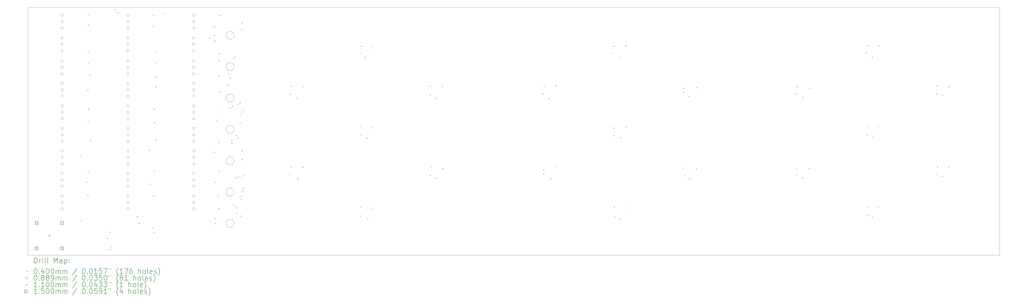
<source format=gbr>
%TF.GenerationSoftware,KiCad,Pcbnew,(6.0.8-1)-1*%
%TF.CreationDate,2023-04-06T11:00:06-04:00*%
%TF.ProjectId,Untitled,556e7469-746c-4656-942e-6b696361645f,rev?*%
%TF.SameCoordinates,Original*%
%TF.FileFunction,Drillmap*%
%TF.FilePolarity,Positive*%
%FSLAX45Y45*%
G04 Gerber Fmt 4.5, Leading zero omitted, Abs format (unit mm)*
G04 Created by KiCad (PCBNEW (6.0.8-1)-1) date 2023-04-06 11:00:06*
%MOMM*%
%LPD*%
G01*
G04 APERTURE LIST*
%ADD10C,0.100000*%
%ADD11C,0.200000*%
%ADD12C,0.040000*%
%ADD13C,0.088900*%
%ADD14C,0.110000*%
%ADD15C,0.150000*%
G04 APERTURE END LIST*
D10*
X7520000Y-5640000D02*
G75*
G03*
X7520000Y-5640000I-160000J0D01*
G01*
X7520000Y-11840000D02*
G75*
G03*
X7520000Y-11840000I-160000J0D01*
G01*
X7520000Y-10600000D02*
G75*
G03*
X7520000Y-10600000I-160000J0D01*
G01*
X-628000Y-3292000D02*
X37764000Y-3292000D01*
X37764000Y-3292000D02*
X37764000Y-13091000D01*
X37764000Y-13091000D02*
X-628000Y-13091000D01*
X-628000Y-13091000D02*
X-628000Y-3292000D01*
X7520000Y-6880000D02*
G75*
G03*
X7520000Y-6880000I-160000J0D01*
G01*
X7520000Y-8120000D02*
G75*
G03*
X7520000Y-8120000I-160000J0D01*
G01*
X7520000Y-9360000D02*
G75*
G03*
X7520000Y-9360000I-160000J0D01*
G01*
X7520000Y-4400000D02*
G75*
G03*
X7520000Y-4400000I-160000J0D01*
G01*
D11*
D12*
X1440000Y-11710000D02*
X1480000Y-11750000D01*
X1480000Y-11710000D02*
X1440000Y-11750000D01*
X1455000Y-9165000D02*
X1495000Y-9205000D01*
X1495000Y-9165000D02*
X1455000Y-9205000D01*
X1670000Y-10180000D02*
X1710000Y-10220000D01*
X1710000Y-10180000D02*
X1670000Y-10220000D01*
X1720000Y-6550000D02*
X1760000Y-6590000D01*
X1760000Y-6550000D02*
X1720000Y-6590000D01*
X1720000Y-10700000D02*
X1760000Y-10740000D01*
X1760000Y-10700000D02*
X1720000Y-10740000D01*
X1730000Y-3560000D02*
X1770000Y-3600000D01*
X1770000Y-3560000D02*
X1730000Y-3600000D01*
X1730000Y-9760000D02*
X1770000Y-9800000D01*
X1770000Y-9760000D02*
X1730000Y-9800000D01*
X1740000Y-3960000D02*
X1780000Y-4000000D01*
X1780000Y-3960000D02*
X1740000Y-4000000D01*
X1740000Y-5020000D02*
X1780000Y-5060000D01*
X1780000Y-5020000D02*
X1740000Y-5060000D01*
X1740000Y-5500000D02*
X1780000Y-5540000D01*
X1780000Y-5500000D02*
X1740000Y-5540000D01*
X1740000Y-7780000D02*
X1780000Y-7820000D01*
X1780000Y-7780000D02*
X1740000Y-7820000D01*
X1750000Y-7300000D02*
X1790000Y-7340000D01*
X1790000Y-7300000D02*
X1750000Y-7340000D01*
X1810000Y-5950000D02*
X1850000Y-5990000D01*
X1850000Y-5950000D02*
X1810000Y-5990000D01*
X1820000Y-8540000D02*
X1860000Y-8580000D01*
X1860000Y-8540000D02*
X1820000Y-8580000D01*
X2490000Y-12400000D02*
X2530000Y-12440000D01*
X2530000Y-12400000D02*
X2490000Y-12440000D01*
X2610000Y-12170000D02*
X2650000Y-12210000D01*
X2650000Y-12170000D02*
X2610000Y-12210000D01*
X2613750Y-12840000D02*
X2653750Y-12880000D01*
X2653750Y-12840000D02*
X2613750Y-12880000D01*
X2623750Y-12740000D02*
X2663750Y-12780000D01*
X2663750Y-12740000D02*
X2623750Y-12780000D01*
X2800000Y-3360000D02*
X2840000Y-3400000D01*
X2840000Y-3360000D02*
X2800000Y-3400000D01*
X2920000Y-3480000D02*
X2960000Y-3520000D01*
X2960000Y-3480000D02*
X2920000Y-3520000D01*
X3675000Y-11565000D02*
X3715000Y-11605000D01*
X3715000Y-11565000D02*
X3675000Y-11605000D01*
X3740000Y-11820000D02*
X3780000Y-11860000D01*
X3780000Y-11820000D02*
X3740000Y-11860000D01*
X4150000Y-8930000D02*
X4190000Y-8970000D01*
X4190000Y-8930000D02*
X4150000Y-8970000D01*
X4170000Y-10270000D02*
X4210000Y-10310000D01*
X4210000Y-10270000D02*
X4170000Y-10310000D01*
X4290000Y-12010000D02*
X4330000Y-12050000D01*
X4330000Y-12010000D02*
X4290000Y-12050000D01*
X4310000Y-3580000D02*
X4350000Y-3620000D01*
X4350000Y-3580000D02*
X4310000Y-3620000D01*
X4310000Y-4030000D02*
X4350000Y-4070000D01*
X4350000Y-4030000D02*
X4310000Y-4070000D01*
X4320000Y-10720000D02*
X4360000Y-10760000D01*
X4360000Y-10720000D02*
X4320000Y-10760000D01*
X4330000Y-12180000D02*
X4370000Y-12220000D01*
X4370000Y-12180000D02*
X4330000Y-12220000D01*
X4340000Y-7300000D02*
X4380000Y-7340000D01*
X4380000Y-7300000D02*
X4340000Y-7340000D01*
X4350000Y-9740000D02*
X4390000Y-9780000D01*
X4390000Y-9740000D02*
X4350000Y-9780000D01*
X4360000Y-7830000D02*
X4400000Y-7870000D01*
X4400000Y-7830000D02*
X4360000Y-7870000D01*
X4380000Y-5020000D02*
X4420000Y-5060000D01*
X4420000Y-5020000D02*
X4380000Y-5060000D01*
X4390000Y-5460000D02*
X4430000Y-5500000D01*
X4430000Y-5460000D02*
X4390000Y-5500000D01*
X4400000Y-6030000D02*
X4440000Y-6070000D01*
X4440000Y-6030000D02*
X4400000Y-6070000D01*
X4410000Y-6420000D02*
X4450000Y-6460000D01*
X4450000Y-6420000D02*
X4410000Y-6460000D01*
X4410000Y-8510000D02*
X4450000Y-8550000D01*
X4450000Y-8510000D02*
X4410000Y-8550000D01*
X4700000Y-3480000D02*
X4740000Y-3520000D01*
X4740000Y-3480000D02*
X4700000Y-3520000D01*
X4800000Y-3540000D02*
X4840000Y-3580000D01*
X4840000Y-3540000D02*
X4800000Y-3580000D01*
X6530000Y-4490000D02*
X6570000Y-4530000D01*
X6570000Y-4490000D02*
X6530000Y-4530000D01*
X6530000Y-11740000D02*
X6570000Y-11780000D01*
X6570000Y-11740000D02*
X6530000Y-11780000D01*
X6710000Y-4040000D02*
X6750000Y-4080000D01*
X6750000Y-4040000D02*
X6710000Y-4080000D01*
X6720000Y-9010000D02*
X6760000Y-9050000D01*
X6760000Y-9010000D02*
X6720000Y-9050000D01*
X6730000Y-4380000D02*
X6770000Y-4420000D01*
X6770000Y-4380000D02*
X6730000Y-4420000D01*
X6740000Y-4600000D02*
X6780000Y-4640000D01*
X6780000Y-4600000D02*
X6740000Y-4640000D01*
X6750000Y-10180000D02*
X6790000Y-10220000D01*
X6790000Y-10180000D02*
X6750000Y-10220000D01*
X6750000Y-11620000D02*
X6790000Y-11660000D01*
X6790000Y-11620000D02*
X6750000Y-11660000D01*
X6760000Y-11830000D02*
X6800000Y-11870000D01*
X6800000Y-11830000D02*
X6760000Y-11870000D01*
X6820000Y-7760000D02*
X6860000Y-7800000D01*
X6860000Y-7760000D02*
X6820000Y-7800000D01*
X6870000Y-10750000D02*
X6910000Y-10790000D01*
X6910000Y-10750000D02*
X6870000Y-10790000D01*
X6890000Y-8610000D02*
X6930000Y-8650000D01*
X6930000Y-8610000D02*
X6890000Y-8650000D01*
X6900000Y-5380000D02*
X6940000Y-5420000D01*
X6940000Y-5380000D02*
X6900000Y-5420000D01*
X6900000Y-7410000D02*
X6940000Y-7450000D01*
X6940000Y-7410000D02*
X6900000Y-7450000D01*
X6900000Y-11230000D02*
X6940000Y-11270000D01*
X6940000Y-11230000D02*
X6900000Y-11270000D01*
X6910000Y-5100000D02*
X6950000Y-5140000D01*
X6950000Y-5100000D02*
X6910000Y-5140000D01*
X6910000Y-5990000D02*
X6950000Y-6030000D01*
X6950000Y-5990000D02*
X6910000Y-6030000D01*
X6910000Y-9760000D02*
X6950000Y-9800000D01*
X6950000Y-9760000D02*
X6910000Y-9800000D01*
X6920000Y-3590000D02*
X6960000Y-3630000D01*
X6960000Y-3590000D02*
X6920000Y-3630000D01*
X6940000Y-6605179D02*
X6980000Y-6645179D01*
X6980000Y-6605179D02*
X6940000Y-6645179D01*
X7270000Y-6351179D02*
X7310000Y-6391179D01*
X7310000Y-6351179D02*
X7270000Y-6391179D01*
X7290000Y-5910000D02*
X7330000Y-5950000D01*
X7330000Y-5910000D02*
X7290000Y-5950000D01*
X7340000Y-6070000D02*
X7380000Y-6110000D01*
X7380000Y-6070000D02*
X7340000Y-6110000D01*
X7340000Y-7260000D02*
X7380000Y-7300000D01*
X7380000Y-7260000D02*
X7340000Y-7300000D01*
X7400000Y-8540000D02*
X7440000Y-8580000D01*
X7440000Y-8540000D02*
X7400000Y-8580000D01*
X7410000Y-8640000D02*
X7450000Y-8680000D01*
X7450000Y-8640000D02*
X7410000Y-8680000D01*
X7440000Y-7180000D02*
X7480000Y-7220000D01*
X7480000Y-7180000D02*
X7440000Y-7220000D01*
X7480000Y-5300000D02*
X7520000Y-5340000D01*
X7520000Y-5300000D02*
X7480000Y-5340000D01*
X7490000Y-11090000D02*
X7530000Y-11130000D01*
X7530000Y-11090000D02*
X7490000Y-11130000D01*
X7530000Y-5230000D02*
X7570000Y-5270000D01*
X7570000Y-5230000D02*
X7530000Y-5270000D01*
X7570000Y-10020000D02*
X7610000Y-10060000D01*
X7610000Y-10020000D02*
X7570000Y-10060000D01*
X7590000Y-11200000D02*
X7630000Y-11240000D01*
X7630000Y-11200000D02*
X7590000Y-11240000D01*
X7590000Y-11420000D02*
X7630000Y-11460000D01*
X7630000Y-11420000D02*
X7590000Y-11460000D01*
X7600000Y-8340000D02*
X7640000Y-8380000D01*
X7640000Y-8340000D02*
X7600000Y-8380000D01*
X7640000Y-8440000D02*
X7680000Y-8480000D01*
X7680000Y-8440000D02*
X7640000Y-8480000D01*
X7660000Y-7110000D02*
X7700000Y-7150000D01*
X7700000Y-7110000D02*
X7660000Y-7150000D01*
X7660000Y-9980000D02*
X7700000Y-10020000D01*
X7700000Y-9980000D02*
X7660000Y-10020000D01*
X7730000Y-7050000D02*
X7770000Y-7090000D01*
X7770000Y-7050000D02*
X7730000Y-7090000D01*
X7734107Y-7835893D02*
X7774107Y-7875893D01*
X7774107Y-7835893D02*
X7734107Y-7875893D01*
X7750000Y-7540000D02*
X7790000Y-7580000D01*
X7790000Y-7540000D02*
X7750000Y-7580000D01*
X7759000Y-11531000D02*
X7799000Y-11571000D01*
X7799000Y-11531000D02*
X7759000Y-11571000D01*
X7770000Y-10750000D02*
X7810000Y-10790000D01*
X7810000Y-10750000D02*
X7770000Y-10790000D01*
X7780000Y-10850000D02*
X7820000Y-10890000D01*
X7820000Y-10850000D02*
X7780000Y-10890000D01*
X7790000Y-7410000D02*
X7830000Y-7450000D01*
X7830000Y-7410000D02*
X7790000Y-7450000D01*
X7790000Y-10000000D02*
X7830000Y-10040000D01*
X7830000Y-10000000D02*
X7790000Y-10040000D01*
X7797000Y-4143000D02*
X7837000Y-4183000D01*
X7837000Y-4143000D02*
X7797000Y-4183000D01*
X7800000Y-3880000D02*
X7840000Y-3920000D01*
X7840000Y-3880000D02*
X7800000Y-3920000D01*
X7810000Y-8950000D02*
X7850000Y-8990000D01*
X7850000Y-8950000D02*
X7810000Y-8990000D01*
X7810000Y-9290000D02*
X7850000Y-9330000D01*
X7850000Y-9290000D02*
X7810000Y-9330000D01*
X7830000Y-10560000D02*
X7870000Y-10600000D01*
X7870000Y-10560000D02*
X7830000Y-10600000D01*
X7870000Y-7340000D02*
X7910000Y-7380000D01*
X7910000Y-7340000D02*
X7870000Y-7380000D01*
X7870000Y-9890000D02*
X7910000Y-9930000D01*
X7910000Y-9890000D02*
X7870000Y-9930000D01*
X7870000Y-10420000D02*
X7910000Y-10460000D01*
X7910000Y-10420000D02*
X7870000Y-10460000D01*
X9720000Y-6710000D02*
X9760000Y-6750000D01*
X9760000Y-6710000D02*
X9720000Y-6750000D01*
X9720000Y-9890000D02*
X9760000Y-9930000D01*
X9760000Y-9890000D02*
X9720000Y-9930000D01*
X9750000Y-6390000D02*
X9790000Y-6430000D01*
X9790000Y-6390000D02*
X9750000Y-6430000D01*
X9750000Y-9580000D02*
X9790000Y-9620000D01*
X9790000Y-9580000D02*
X9750000Y-9620000D01*
X9970000Y-6870000D02*
X10010000Y-6910000D01*
X10010000Y-6870000D02*
X9970000Y-6910000D01*
X10010000Y-10060000D02*
X10050000Y-10100000D01*
X10050000Y-10060000D02*
X10010000Y-10100000D01*
X10220000Y-6420000D02*
X10260000Y-6460000D01*
X10260000Y-6420000D02*
X10220000Y-6460000D01*
X10220000Y-9600000D02*
X10260000Y-9640000D01*
X10260000Y-9600000D02*
X10220000Y-9640000D01*
X12490000Y-5090000D02*
X12530000Y-5130000D01*
X12530000Y-5090000D02*
X12490000Y-5130000D01*
X12500000Y-8310000D02*
X12540000Y-8350000D01*
X12540000Y-8310000D02*
X12500000Y-8350000D01*
X12500000Y-11530000D02*
X12540000Y-11570000D01*
X12540000Y-11530000D02*
X12500000Y-11570000D01*
X12510000Y-4810000D02*
X12550000Y-4850000D01*
X12550000Y-4810000D02*
X12510000Y-4850000D01*
X12510000Y-7980000D02*
X12550000Y-8020000D01*
X12550000Y-7980000D02*
X12510000Y-8020000D01*
X12510000Y-11170000D02*
X12550000Y-11210000D01*
X12550000Y-11170000D02*
X12510000Y-11210000D01*
X12680000Y-5260000D02*
X12720000Y-5300000D01*
X12720000Y-5260000D02*
X12680000Y-5300000D01*
X12750000Y-8450000D02*
X12790000Y-8490000D01*
X12790000Y-8450000D02*
X12750000Y-8490000D01*
X12770000Y-11650000D02*
X12810000Y-11690000D01*
X12810000Y-11650000D02*
X12770000Y-11690000D01*
X12960000Y-8030000D02*
X13000000Y-8070000D01*
X13000000Y-8030000D02*
X12960000Y-8070000D01*
X12980000Y-4860000D02*
X13020000Y-4900000D01*
X13020000Y-4860000D02*
X12980000Y-4900000D01*
X12980000Y-11220000D02*
X13020000Y-11260000D01*
X13020000Y-11220000D02*
X12980000Y-11260000D01*
X15240000Y-6720000D02*
X15280000Y-6760000D01*
X15280000Y-6720000D02*
X15240000Y-6760000D01*
X15250000Y-6400000D02*
X15290000Y-6440000D01*
X15290000Y-6400000D02*
X15250000Y-6440000D01*
X15250000Y-9910000D02*
X15290000Y-9950000D01*
X15290000Y-9910000D02*
X15250000Y-9950000D01*
X15290000Y-9570000D02*
X15330000Y-9610000D01*
X15330000Y-9570000D02*
X15290000Y-9610000D01*
X15480000Y-6870000D02*
X15520000Y-6910000D01*
X15520000Y-6870000D02*
X15480000Y-6910000D01*
X15480000Y-10030000D02*
X15520000Y-10070000D01*
X15520000Y-10030000D02*
X15480000Y-10070000D01*
X15730000Y-6400000D02*
X15770000Y-6440000D01*
X15770000Y-6400000D02*
X15730000Y-6440000D01*
X15740000Y-9650000D02*
X15780000Y-9690000D01*
X15780000Y-9650000D02*
X15740000Y-9690000D01*
X19700000Y-6690000D02*
X19740000Y-6730000D01*
X19740000Y-6690000D02*
X19700000Y-6730000D01*
X19720000Y-9710000D02*
X19760000Y-9750000D01*
X19760000Y-9710000D02*
X19720000Y-9750000D01*
X19730000Y-9850000D02*
X19770000Y-9890000D01*
X19770000Y-9850000D02*
X19730000Y-9890000D01*
X19750000Y-6400000D02*
X19790000Y-6440000D01*
X19790000Y-6400000D02*
X19750000Y-6440000D01*
X19940000Y-6880000D02*
X19980000Y-6920000D01*
X19980000Y-6880000D02*
X19940000Y-6920000D01*
X20010000Y-10050000D02*
X20050000Y-10090000D01*
X20050000Y-10050000D02*
X20010000Y-10090000D01*
X20190000Y-9570000D02*
X20230000Y-9610000D01*
X20230000Y-9570000D02*
X20190000Y-9610000D01*
X20210000Y-6380000D02*
X20250000Y-6420000D01*
X20250000Y-6380000D02*
X20210000Y-6420000D01*
X22470000Y-5090000D02*
X22510000Y-5130000D01*
X22510000Y-5090000D02*
X22470000Y-5130000D01*
X22490000Y-8340000D02*
X22530000Y-8380000D01*
X22530000Y-8340000D02*
X22490000Y-8380000D01*
X22500000Y-8040000D02*
X22540000Y-8080000D01*
X22540000Y-8040000D02*
X22500000Y-8080000D01*
X22510000Y-4810000D02*
X22550000Y-4850000D01*
X22550000Y-4810000D02*
X22510000Y-4850000D01*
X22520000Y-11160000D02*
X22560000Y-11200000D01*
X22560000Y-11160000D02*
X22520000Y-11200000D01*
X22540000Y-11560000D02*
X22580000Y-11600000D01*
X22580000Y-11560000D02*
X22540000Y-11600000D01*
X22730000Y-5250000D02*
X22770000Y-5290000D01*
X22770000Y-5250000D02*
X22730000Y-5290000D01*
X22740000Y-11640000D02*
X22780000Y-11680000D01*
X22780000Y-11640000D02*
X22740000Y-11680000D01*
X22770000Y-8430000D02*
X22810000Y-8470000D01*
X22810000Y-8430000D02*
X22770000Y-8470000D01*
X22980000Y-4790000D02*
X23020000Y-4830000D01*
X23020000Y-4790000D02*
X22980000Y-4830000D01*
X22980000Y-11210000D02*
X23020000Y-11250000D01*
X23020000Y-11210000D02*
X22980000Y-11250000D01*
X22990000Y-8000000D02*
X23030000Y-8040000D01*
X23030000Y-8000000D02*
X22990000Y-8040000D01*
X25250000Y-6640000D02*
X25290000Y-6680000D01*
X25290000Y-6640000D02*
X25250000Y-6680000D01*
X25250000Y-9640000D02*
X25290000Y-9680000D01*
X25290000Y-9640000D02*
X25250000Y-9680000D01*
X25260000Y-6470000D02*
X25300000Y-6510000D01*
X25300000Y-6470000D02*
X25260000Y-6510000D01*
X25300000Y-9940000D02*
X25340000Y-9980000D01*
X25340000Y-9940000D02*
X25300000Y-9980000D01*
X25480000Y-6800000D02*
X25520000Y-6840000D01*
X25520000Y-6800000D02*
X25480000Y-6840000D01*
X25500000Y-10060000D02*
X25540000Y-10100000D01*
X25540000Y-10060000D02*
X25500000Y-10100000D01*
X25760000Y-9670000D02*
X25800000Y-9710000D01*
X25800000Y-9670000D02*
X25760000Y-9710000D01*
X25770000Y-6440000D02*
X25810000Y-6480000D01*
X25810000Y-6440000D02*
X25770000Y-6480000D01*
X29710000Y-6700000D02*
X29750000Y-6740000D01*
X29750000Y-6700000D02*
X29710000Y-6740000D01*
X29710000Y-9890000D02*
X29750000Y-9930000D01*
X29750000Y-9890000D02*
X29710000Y-9930000D01*
X29730000Y-9650000D02*
X29770000Y-9690000D01*
X29770000Y-9650000D02*
X29730000Y-9690000D01*
X29750000Y-6410000D02*
X29790000Y-6450000D01*
X29790000Y-6410000D02*
X29750000Y-6450000D01*
X29960000Y-10020000D02*
X30000000Y-10060000D01*
X30000000Y-10020000D02*
X29960000Y-10060000D01*
X29970000Y-6840000D02*
X30010000Y-6880000D01*
X30010000Y-6840000D02*
X29970000Y-6880000D01*
X30220000Y-9650000D02*
X30260000Y-9690000D01*
X30260000Y-9650000D02*
X30220000Y-9690000D01*
X30240000Y-6480000D02*
X30280000Y-6520000D01*
X30280000Y-6480000D02*
X30240000Y-6520000D01*
X32470000Y-5060000D02*
X32510000Y-5100000D01*
X32510000Y-5060000D02*
X32470000Y-5100000D01*
X32520000Y-4780000D02*
X32560000Y-4820000D01*
X32560000Y-4780000D02*
X32520000Y-4820000D01*
X32520000Y-7960000D02*
X32560000Y-8000000D01*
X32560000Y-7960000D02*
X32520000Y-8000000D01*
X32520000Y-8310000D02*
X32560000Y-8350000D01*
X32560000Y-8310000D02*
X32520000Y-8350000D01*
X32540000Y-11170000D02*
X32580000Y-11210000D01*
X32580000Y-11170000D02*
X32540000Y-11210000D01*
X32540000Y-11510000D02*
X32580000Y-11550000D01*
X32580000Y-11510000D02*
X32540000Y-11550000D01*
X32720000Y-5250000D02*
X32760000Y-5290000D01*
X32760000Y-5250000D02*
X32720000Y-5290000D01*
X32720000Y-8360000D02*
X32760000Y-8400000D01*
X32760000Y-8360000D02*
X32720000Y-8400000D01*
X32720000Y-11570000D02*
X32760000Y-11610000D01*
X32760000Y-11570000D02*
X32720000Y-11610000D01*
X32960000Y-7980000D02*
X33000000Y-8020000D01*
X33000000Y-7980000D02*
X32960000Y-8020000D01*
X32960000Y-11170000D02*
X33000000Y-11210000D01*
X33000000Y-11170000D02*
X32960000Y-11210000D01*
X32980000Y-4790000D02*
X33020000Y-4830000D01*
X33020000Y-4790000D02*
X32980000Y-4830000D01*
X35260000Y-6690000D02*
X35300000Y-6730000D01*
X35300000Y-6690000D02*
X35260000Y-6730000D01*
X35260000Y-9880000D02*
X35300000Y-9920000D01*
X35300000Y-9880000D02*
X35260000Y-9920000D01*
X35270000Y-6380000D02*
X35310000Y-6420000D01*
X35310000Y-6380000D02*
X35270000Y-6420000D01*
X35290000Y-9580000D02*
X35330000Y-9620000D01*
X35330000Y-9580000D02*
X35290000Y-9620000D01*
X35490000Y-6740000D02*
X35530000Y-6780000D01*
X35530000Y-6740000D02*
X35490000Y-6780000D01*
X35490000Y-9960000D02*
X35530000Y-10000000D01*
X35530000Y-9960000D02*
X35490000Y-10000000D01*
X35730000Y-9580000D02*
X35770000Y-9620000D01*
X35770000Y-9580000D02*
X35730000Y-9620000D01*
X35740000Y-6410000D02*
X35780000Y-6450000D01*
X35780000Y-6410000D02*
X35740000Y-6450000D01*
D13*
X764450Y-4500000D02*
G75*
G03*
X764450Y-4500000I-44450J0D01*
G01*
X764450Y-4754000D02*
G75*
G03*
X764450Y-4754000I-44450J0D01*
G01*
X764450Y-5008000D02*
G75*
G03*
X764450Y-5008000I-44450J0D01*
G01*
X764450Y-5412000D02*
G75*
G03*
X764450Y-5412000I-44450J0D01*
G01*
X764450Y-5666000D02*
G75*
G03*
X764450Y-5666000I-44450J0D01*
G01*
X764450Y-5920000D02*
G75*
G03*
X764450Y-5920000I-44450J0D01*
G01*
X769460Y-3602000D02*
G75*
G03*
X769460Y-3602000I-44450J0D01*
G01*
X769460Y-3856000D02*
G75*
G03*
X769460Y-3856000I-44450J0D01*
G01*
X769460Y-4110000D02*
G75*
G03*
X769460Y-4110000I-44450J0D01*
G01*
X769460Y-6301250D02*
G75*
G03*
X769460Y-6301250I-44450J0D01*
G01*
X769460Y-6555250D02*
G75*
G03*
X769460Y-6555250I-44450J0D01*
G01*
X769460Y-6809250D02*
G75*
G03*
X769460Y-6809250I-44450J0D01*
G01*
X769460Y-7190750D02*
G75*
G03*
X769460Y-7190750I-44450J0D01*
G01*
X769460Y-7444750D02*
G75*
G03*
X769460Y-7444750I-44450J0D01*
G01*
X769460Y-7698750D02*
G75*
G03*
X769460Y-7698750I-44450J0D01*
G01*
X769460Y-8081250D02*
G75*
G03*
X769460Y-8081250I-44450J0D01*
G01*
X769460Y-8335250D02*
G75*
G03*
X769460Y-8335250I-44450J0D01*
G01*
X769460Y-8589250D02*
G75*
G03*
X769460Y-8589250I-44450J0D01*
G01*
X769460Y-8970750D02*
G75*
G03*
X769460Y-8970750I-44450J0D01*
G01*
X769460Y-9224750D02*
G75*
G03*
X769460Y-9224750I-44450J0D01*
G01*
X769460Y-9478750D02*
G75*
G03*
X769460Y-9478750I-44450J0D01*
G01*
X769460Y-9861250D02*
G75*
G03*
X769460Y-9861250I-44450J0D01*
G01*
X769460Y-10115250D02*
G75*
G03*
X769460Y-10115250I-44450J0D01*
G01*
X769460Y-10369250D02*
G75*
G03*
X769460Y-10369250I-44450J0D01*
G01*
X769460Y-10750750D02*
G75*
G03*
X769460Y-10750750I-44450J0D01*
G01*
X769460Y-11004750D02*
G75*
G03*
X769460Y-11004750I-44450J0D01*
G01*
X769460Y-11258750D02*
G75*
G03*
X769460Y-11258750I-44450J0D01*
G01*
X3364450Y-4500000D02*
G75*
G03*
X3364450Y-4500000I-44450J0D01*
G01*
X3364450Y-4754000D02*
G75*
G03*
X3364450Y-4754000I-44450J0D01*
G01*
X3364450Y-5008000D02*
G75*
G03*
X3364450Y-5008000I-44450J0D01*
G01*
X3364450Y-5412000D02*
G75*
G03*
X3364450Y-5412000I-44450J0D01*
G01*
X3364450Y-5666000D02*
G75*
G03*
X3364450Y-5666000I-44450J0D01*
G01*
X3364450Y-5920000D02*
G75*
G03*
X3364450Y-5920000I-44450J0D01*
G01*
X3369460Y-3602000D02*
G75*
G03*
X3369460Y-3602000I-44450J0D01*
G01*
X3369460Y-3856000D02*
G75*
G03*
X3369460Y-3856000I-44450J0D01*
G01*
X3369460Y-4110000D02*
G75*
G03*
X3369460Y-4110000I-44450J0D01*
G01*
X3369460Y-6301250D02*
G75*
G03*
X3369460Y-6301250I-44450J0D01*
G01*
X3369460Y-6555250D02*
G75*
G03*
X3369460Y-6555250I-44450J0D01*
G01*
X3369460Y-6809250D02*
G75*
G03*
X3369460Y-6809250I-44450J0D01*
G01*
X3369460Y-7190750D02*
G75*
G03*
X3369460Y-7190750I-44450J0D01*
G01*
X3369460Y-7444750D02*
G75*
G03*
X3369460Y-7444750I-44450J0D01*
G01*
X3369460Y-7698750D02*
G75*
G03*
X3369460Y-7698750I-44450J0D01*
G01*
X3369460Y-8081250D02*
G75*
G03*
X3369460Y-8081250I-44450J0D01*
G01*
X3369460Y-8335250D02*
G75*
G03*
X3369460Y-8335250I-44450J0D01*
G01*
X3369460Y-8589250D02*
G75*
G03*
X3369460Y-8589250I-44450J0D01*
G01*
X3369460Y-8970750D02*
G75*
G03*
X3369460Y-8970750I-44450J0D01*
G01*
X3369460Y-9224750D02*
G75*
G03*
X3369460Y-9224750I-44450J0D01*
G01*
X3369460Y-9478750D02*
G75*
G03*
X3369460Y-9478750I-44450J0D01*
G01*
X3369460Y-9861250D02*
G75*
G03*
X3369460Y-9861250I-44450J0D01*
G01*
X3369460Y-10115250D02*
G75*
G03*
X3369460Y-10115250I-44450J0D01*
G01*
X3369460Y-10369250D02*
G75*
G03*
X3369460Y-10369250I-44450J0D01*
G01*
X3369460Y-10750750D02*
G75*
G03*
X3369460Y-10750750I-44450J0D01*
G01*
X3369460Y-11004750D02*
G75*
G03*
X3369460Y-11004750I-44450J0D01*
G01*
X3369460Y-11258750D02*
G75*
G03*
X3369460Y-11258750I-44450J0D01*
G01*
X5964450Y-4500000D02*
G75*
G03*
X5964450Y-4500000I-44450J0D01*
G01*
X5964450Y-4754000D02*
G75*
G03*
X5964450Y-4754000I-44450J0D01*
G01*
X5964450Y-5008000D02*
G75*
G03*
X5964450Y-5008000I-44450J0D01*
G01*
X5964450Y-5412000D02*
G75*
G03*
X5964450Y-5412000I-44450J0D01*
G01*
X5964450Y-5666000D02*
G75*
G03*
X5964450Y-5666000I-44450J0D01*
G01*
X5964450Y-5920000D02*
G75*
G03*
X5964450Y-5920000I-44450J0D01*
G01*
X5969460Y-3602000D02*
G75*
G03*
X5969460Y-3602000I-44450J0D01*
G01*
X5969460Y-3856000D02*
G75*
G03*
X5969460Y-3856000I-44450J0D01*
G01*
X5969460Y-4110000D02*
G75*
G03*
X5969460Y-4110000I-44450J0D01*
G01*
X5969460Y-6301250D02*
G75*
G03*
X5969460Y-6301250I-44450J0D01*
G01*
X5969460Y-6555250D02*
G75*
G03*
X5969460Y-6555250I-44450J0D01*
G01*
X5969460Y-6809250D02*
G75*
G03*
X5969460Y-6809250I-44450J0D01*
G01*
X5969460Y-7190750D02*
G75*
G03*
X5969460Y-7190750I-44450J0D01*
G01*
X5969460Y-7444750D02*
G75*
G03*
X5969460Y-7444750I-44450J0D01*
G01*
X5969460Y-7698750D02*
G75*
G03*
X5969460Y-7698750I-44450J0D01*
G01*
X5969460Y-8081250D02*
G75*
G03*
X5969460Y-8081250I-44450J0D01*
G01*
X5969460Y-8335250D02*
G75*
G03*
X5969460Y-8335250I-44450J0D01*
G01*
X5969460Y-8589250D02*
G75*
G03*
X5969460Y-8589250I-44450J0D01*
G01*
X5969460Y-8970750D02*
G75*
G03*
X5969460Y-8970750I-44450J0D01*
G01*
X5969460Y-9224750D02*
G75*
G03*
X5969460Y-9224750I-44450J0D01*
G01*
X5969460Y-9478750D02*
G75*
G03*
X5969460Y-9478750I-44450J0D01*
G01*
X5969460Y-9861250D02*
G75*
G03*
X5969460Y-9861250I-44450J0D01*
G01*
X5969460Y-10115250D02*
G75*
G03*
X5969460Y-10115250I-44450J0D01*
G01*
X5969460Y-10369250D02*
G75*
G03*
X5969460Y-10369250I-44450J0D01*
G01*
X5969460Y-10750750D02*
G75*
G03*
X5969460Y-10750750I-44450J0D01*
G01*
X5969460Y-11004750D02*
G75*
G03*
X5969460Y-11004750I-44450J0D01*
G01*
X5969460Y-11258750D02*
G75*
G03*
X5969460Y-11258750I-44450J0D01*
G01*
D14*
X220000Y-12265000D02*
X220000Y-12375000D01*
X165000Y-12320000D02*
X275000Y-12320000D01*
D15*
X-229466Y-11870533D02*
X-229466Y-11764466D01*
X-335534Y-11764466D01*
X-335534Y-11870533D01*
X-229466Y-11870533D01*
X-229466Y-12875533D02*
X-229466Y-12769466D01*
X-335534Y-12769466D01*
X-335534Y-12875533D01*
X-229466Y-12875533D01*
X775533Y-11870533D02*
X775533Y-11764466D01*
X669467Y-11764466D01*
X669467Y-11870533D01*
X775533Y-11870533D01*
X775533Y-12875533D02*
X775533Y-12769466D01*
X669467Y-12769466D01*
X669467Y-12875533D01*
X775533Y-12875533D01*
D11*
X-375381Y-13406476D02*
X-375381Y-13206476D01*
X-327762Y-13206476D01*
X-299190Y-13216000D01*
X-280143Y-13235048D01*
X-270619Y-13254095D01*
X-261095Y-13292190D01*
X-261095Y-13320762D01*
X-270619Y-13358857D01*
X-280143Y-13377905D01*
X-299190Y-13396952D01*
X-327762Y-13406476D01*
X-375381Y-13406476D01*
X-175381Y-13406476D02*
X-175381Y-13273143D01*
X-175381Y-13311238D02*
X-165857Y-13292190D01*
X-156333Y-13282667D01*
X-137286Y-13273143D01*
X-118238Y-13273143D01*
X-51571Y-13406476D02*
X-51571Y-13273143D01*
X-51571Y-13206476D02*
X-61095Y-13216000D01*
X-51571Y-13225524D01*
X-42048Y-13216000D01*
X-51571Y-13206476D01*
X-51571Y-13225524D01*
X72238Y-13406476D02*
X53190Y-13396952D01*
X43667Y-13377905D01*
X43667Y-13206476D01*
X177000Y-13406476D02*
X157952Y-13396952D01*
X148429Y-13377905D01*
X148429Y-13206476D01*
X405571Y-13406476D02*
X405571Y-13206476D01*
X472238Y-13349333D01*
X538905Y-13206476D01*
X538905Y-13406476D01*
X719857Y-13406476D02*
X719857Y-13301714D01*
X710333Y-13282667D01*
X691286Y-13273143D01*
X653190Y-13273143D01*
X634143Y-13282667D01*
X719857Y-13396952D02*
X700809Y-13406476D01*
X653190Y-13406476D01*
X634143Y-13396952D01*
X624619Y-13377905D01*
X624619Y-13358857D01*
X634143Y-13339809D01*
X653190Y-13330286D01*
X700809Y-13330286D01*
X719857Y-13320762D01*
X815095Y-13273143D02*
X815095Y-13473143D01*
X815095Y-13282667D02*
X834143Y-13273143D01*
X872238Y-13273143D01*
X891286Y-13282667D01*
X900809Y-13292190D01*
X910333Y-13311238D01*
X910333Y-13368381D01*
X900809Y-13387428D01*
X891286Y-13396952D01*
X872238Y-13406476D01*
X834143Y-13406476D01*
X815095Y-13396952D01*
X996048Y-13387428D02*
X1005571Y-13396952D01*
X996048Y-13406476D01*
X986524Y-13396952D01*
X996048Y-13387428D01*
X996048Y-13406476D01*
X996048Y-13282667D02*
X1005571Y-13292190D01*
X996048Y-13301714D01*
X986524Y-13292190D01*
X996048Y-13282667D01*
X996048Y-13301714D01*
D12*
X-673000Y-13716000D02*
X-633000Y-13756000D01*
X-633000Y-13716000D02*
X-673000Y-13756000D01*
D11*
X-337286Y-13626476D02*
X-318238Y-13626476D01*
X-299190Y-13636000D01*
X-289667Y-13645524D01*
X-280143Y-13664571D01*
X-270619Y-13702667D01*
X-270619Y-13750286D01*
X-280143Y-13788381D01*
X-289667Y-13807428D01*
X-299190Y-13816952D01*
X-318238Y-13826476D01*
X-337286Y-13826476D01*
X-356333Y-13816952D01*
X-365857Y-13807428D01*
X-375381Y-13788381D01*
X-384905Y-13750286D01*
X-384905Y-13702667D01*
X-375381Y-13664571D01*
X-365857Y-13645524D01*
X-356333Y-13636000D01*
X-337286Y-13626476D01*
X-184905Y-13807428D02*
X-175381Y-13816952D01*
X-184905Y-13826476D01*
X-194428Y-13816952D01*
X-184905Y-13807428D01*
X-184905Y-13826476D01*
X-3952Y-13693143D02*
X-3952Y-13826476D01*
X-51571Y-13616952D02*
X-99190Y-13759809D01*
X24619Y-13759809D01*
X138905Y-13626476D02*
X157952Y-13626476D01*
X177000Y-13636000D01*
X186524Y-13645524D01*
X196048Y-13664571D01*
X205571Y-13702667D01*
X205571Y-13750286D01*
X196048Y-13788381D01*
X186524Y-13807428D01*
X177000Y-13816952D01*
X157952Y-13826476D01*
X138905Y-13826476D01*
X119857Y-13816952D01*
X110333Y-13807428D01*
X100809Y-13788381D01*
X91286Y-13750286D01*
X91286Y-13702667D01*
X100809Y-13664571D01*
X110333Y-13645524D01*
X119857Y-13636000D01*
X138905Y-13626476D01*
X329381Y-13626476D02*
X348429Y-13626476D01*
X367476Y-13636000D01*
X377000Y-13645524D01*
X386524Y-13664571D01*
X396048Y-13702667D01*
X396048Y-13750286D01*
X386524Y-13788381D01*
X377000Y-13807428D01*
X367476Y-13816952D01*
X348429Y-13826476D01*
X329381Y-13826476D01*
X310333Y-13816952D01*
X300810Y-13807428D01*
X291286Y-13788381D01*
X281762Y-13750286D01*
X281762Y-13702667D01*
X291286Y-13664571D01*
X300810Y-13645524D01*
X310333Y-13636000D01*
X329381Y-13626476D01*
X481762Y-13826476D02*
X481762Y-13693143D01*
X481762Y-13712190D02*
X491286Y-13702667D01*
X510333Y-13693143D01*
X538905Y-13693143D01*
X557952Y-13702667D01*
X567476Y-13721714D01*
X567476Y-13826476D01*
X567476Y-13721714D02*
X577000Y-13702667D01*
X596048Y-13693143D01*
X624619Y-13693143D01*
X643667Y-13702667D01*
X653190Y-13721714D01*
X653190Y-13826476D01*
X748428Y-13826476D02*
X748428Y-13693143D01*
X748428Y-13712190D02*
X757952Y-13702667D01*
X777000Y-13693143D01*
X805571Y-13693143D01*
X824619Y-13702667D01*
X834143Y-13721714D01*
X834143Y-13826476D01*
X834143Y-13721714D02*
X843667Y-13702667D01*
X862714Y-13693143D01*
X891286Y-13693143D01*
X910333Y-13702667D01*
X919857Y-13721714D01*
X919857Y-13826476D01*
X1310333Y-13616952D02*
X1138905Y-13874095D01*
X1567476Y-13626476D02*
X1586524Y-13626476D01*
X1605571Y-13636000D01*
X1615095Y-13645524D01*
X1624619Y-13664571D01*
X1634143Y-13702667D01*
X1634143Y-13750286D01*
X1624619Y-13788381D01*
X1615095Y-13807428D01*
X1605571Y-13816952D01*
X1586524Y-13826476D01*
X1567476Y-13826476D01*
X1548428Y-13816952D01*
X1538905Y-13807428D01*
X1529381Y-13788381D01*
X1519857Y-13750286D01*
X1519857Y-13702667D01*
X1529381Y-13664571D01*
X1538905Y-13645524D01*
X1548428Y-13636000D01*
X1567476Y-13626476D01*
X1719857Y-13807428D02*
X1729381Y-13816952D01*
X1719857Y-13826476D01*
X1710333Y-13816952D01*
X1719857Y-13807428D01*
X1719857Y-13826476D01*
X1853190Y-13626476D02*
X1872238Y-13626476D01*
X1891286Y-13636000D01*
X1900809Y-13645524D01*
X1910333Y-13664571D01*
X1919857Y-13702667D01*
X1919857Y-13750286D01*
X1910333Y-13788381D01*
X1900809Y-13807428D01*
X1891286Y-13816952D01*
X1872238Y-13826476D01*
X1853190Y-13826476D01*
X1834143Y-13816952D01*
X1824619Y-13807428D01*
X1815095Y-13788381D01*
X1805571Y-13750286D01*
X1805571Y-13702667D01*
X1815095Y-13664571D01*
X1824619Y-13645524D01*
X1834143Y-13636000D01*
X1853190Y-13626476D01*
X2110333Y-13826476D02*
X1996048Y-13826476D01*
X2053190Y-13826476D02*
X2053190Y-13626476D01*
X2034143Y-13655048D01*
X2015095Y-13674095D01*
X1996048Y-13683619D01*
X2291286Y-13626476D02*
X2196048Y-13626476D01*
X2186524Y-13721714D01*
X2196048Y-13712190D01*
X2215095Y-13702667D01*
X2262714Y-13702667D01*
X2281762Y-13712190D01*
X2291286Y-13721714D01*
X2300810Y-13740762D01*
X2300810Y-13788381D01*
X2291286Y-13807428D01*
X2281762Y-13816952D01*
X2262714Y-13826476D01*
X2215095Y-13826476D01*
X2196048Y-13816952D01*
X2186524Y-13807428D01*
X2367476Y-13626476D02*
X2500810Y-13626476D01*
X2415095Y-13826476D01*
X2567476Y-13626476D02*
X2567476Y-13664571D01*
X2643667Y-13626476D02*
X2643667Y-13664571D01*
X2938905Y-13902667D02*
X2929381Y-13893143D01*
X2910333Y-13864571D01*
X2900809Y-13845524D01*
X2891286Y-13816952D01*
X2881762Y-13769333D01*
X2881762Y-13731238D01*
X2891286Y-13683619D01*
X2900809Y-13655048D01*
X2910333Y-13636000D01*
X2929381Y-13607428D01*
X2938905Y-13597905D01*
X3119857Y-13826476D02*
X3005571Y-13826476D01*
X3062714Y-13826476D02*
X3062714Y-13626476D01*
X3043667Y-13655048D01*
X3024619Y-13674095D01*
X3005571Y-13683619D01*
X3186524Y-13626476D02*
X3319857Y-13626476D01*
X3234143Y-13826476D01*
X3481762Y-13626476D02*
X3443667Y-13626476D01*
X3424619Y-13636000D01*
X3415095Y-13645524D01*
X3396048Y-13674095D01*
X3386524Y-13712190D01*
X3386524Y-13788381D01*
X3396048Y-13807428D01*
X3405571Y-13816952D01*
X3424619Y-13826476D01*
X3462714Y-13826476D01*
X3481762Y-13816952D01*
X3491286Y-13807428D01*
X3500809Y-13788381D01*
X3500809Y-13740762D01*
X3491286Y-13721714D01*
X3481762Y-13712190D01*
X3462714Y-13702667D01*
X3424619Y-13702667D01*
X3405571Y-13712190D01*
X3396048Y-13721714D01*
X3386524Y-13740762D01*
X3738905Y-13826476D02*
X3738905Y-13626476D01*
X3824619Y-13826476D02*
X3824619Y-13721714D01*
X3815095Y-13702667D01*
X3796048Y-13693143D01*
X3767476Y-13693143D01*
X3748428Y-13702667D01*
X3738905Y-13712190D01*
X3948428Y-13826476D02*
X3929381Y-13816952D01*
X3919857Y-13807428D01*
X3910333Y-13788381D01*
X3910333Y-13731238D01*
X3919857Y-13712190D01*
X3929381Y-13702667D01*
X3948428Y-13693143D01*
X3977000Y-13693143D01*
X3996048Y-13702667D01*
X4005571Y-13712190D01*
X4015095Y-13731238D01*
X4015095Y-13788381D01*
X4005571Y-13807428D01*
X3996048Y-13816952D01*
X3977000Y-13826476D01*
X3948428Y-13826476D01*
X4129381Y-13826476D02*
X4110333Y-13816952D01*
X4100809Y-13797905D01*
X4100809Y-13626476D01*
X4281762Y-13816952D02*
X4262714Y-13826476D01*
X4224619Y-13826476D01*
X4205571Y-13816952D01*
X4196048Y-13797905D01*
X4196048Y-13721714D01*
X4205571Y-13702667D01*
X4224619Y-13693143D01*
X4262714Y-13693143D01*
X4281762Y-13702667D01*
X4291286Y-13721714D01*
X4291286Y-13740762D01*
X4196048Y-13759809D01*
X4367476Y-13816952D02*
X4386524Y-13826476D01*
X4424619Y-13826476D01*
X4443667Y-13816952D01*
X4453190Y-13797905D01*
X4453190Y-13788381D01*
X4443667Y-13769333D01*
X4424619Y-13759809D01*
X4396048Y-13759809D01*
X4377000Y-13750286D01*
X4367476Y-13731238D01*
X4367476Y-13721714D01*
X4377000Y-13702667D01*
X4396048Y-13693143D01*
X4424619Y-13693143D01*
X4443667Y-13702667D01*
X4519857Y-13902667D02*
X4529381Y-13893143D01*
X4548429Y-13864571D01*
X4557952Y-13845524D01*
X4567476Y-13816952D01*
X4577000Y-13769333D01*
X4577000Y-13731238D01*
X4567476Y-13683619D01*
X4557952Y-13655048D01*
X4548429Y-13636000D01*
X4529381Y-13607428D01*
X4519857Y-13597905D01*
D13*
X-633000Y-14000000D02*
G75*
G03*
X-633000Y-14000000I-44450J0D01*
G01*
D11*
X-337286Y-13890476D02*
X-318238Y-13890476D01*
X-299190Y-13900000D01*
X-289667Y-13909524D01*
X-280143Y-13928571D01*
X-270619Y-13966667D01*
X-270619Y-14014286D01*
X-280143Y-14052381D01*
X-289667Y-14071428D01*
X-299190Y-14080952D01*
X-318238Y-14090476D01*
X-337286Y-14090476D01*
X-356333Y-14080952D01*
X-365857Y-14071428D01*
X-375381Y-14052381D01*
X-384905Y-14014286D01*
X-384905Y-13966667D01*
X-375381Y-13928571D01*
X-365857Y-13909524D01*
X-356333Y-13900000D01*
X-337286Y-13890476D01*
X-184905Y-14071428D02*
X-175381Y-14080952D01*
X-184905Y-14090476D01*
X-194428Y-14080952D01*
X-184905Y-14071428D01*
X-184905Y-14090476D01*
X-61095Y-13976190D02*
X-80143Y-13966667D01*
X-89667Y-13957143D01*
X-99190Y-13938095D01*
X-99190Y-13928571D01*
X-89667Y-13909524D01*
X-80143Y-13900000D01*
X-61095Y-13890476D01*
X-23000Y-13890476D01*
X-3952Y-13900000D01*
X5571Y-13909524D01*
X15095Y-13928571D01*
X15095Y-13938095D01*
X5571Y-13957143D01*
X-3952Y-13966667D01*
X-23000Y-13976190D01*
X-61095Y-13976190D01*
X-80143Y-13985714D01*
X-89667Y-13995238D01*
X-99190Y-14014286D01*
X-99190Y-14052381D01*
X-89667Y-14071428D01*
X-80143Y-14080952D01*
X-61095Y-14090476D01*
X-23000Y-14090476D01*
X-3952Y-14080952D01*
X5571Y-14071428D01*
X15095Y-14052381D01*
X15095Y-14014286D01*
X5571Y-13995238D01*
X-3952Y-13985714D01*
X-23000Y-13976190D01*
X129381Y-13976190D02*
X110333Y-13966667D01*
X100809Y-13957143D01*
X91286Y-13938095D01*
X91286Y-13928571D01*
X100809Y-13909524D01*
X110333Y-13900000D01*
X129381Y-13890476D01*
X167476Y-13890476D01*
X186524Y-13900000D01*
X196048Y-13909524D01*
X205571Y-13928571D01*
X205571Y-13938095D01*
X196048Y-13957143D01*
X186524Y-13966667D01*
X167476Y-13976190D01*
X129381Y-13976190D01*
X110333Y-13985714D01*
X100809Y-13995238D01*
X91286Y-14014286D01*
X91286Y-14052381D01*
X100809Y-14071428D01*
X110333Y-14080952D01*
X129381Y-14090476D01*
X167476Y-14090476D01*
X186524Y-14080952D01*
X196048Y-14071428D01*
X205571Y-14052381D01*
X205571Y-14014286D01*
X196048Y-13995238D01*
X186524Y-13985714D01*
X167476Y-13976190D01*
X300810Y-14090476D02*
X338905Y-14090476D01*
X357952Y-14080952D01*
X367476Y-14071428D01*
X386524Y-14042857D01*
X396048Y-14004762D01*
X396048Y-13928571D01*
X386524Y-13909524D01*
X377000Y-13900000D01*
X357952Y-13890476D01*
X319857Y-13890476D01*
X300810Y-13900000D01*
X291286Y-13909524D01*
X281762Y-13928571D01*
X281762Y-13976190D01*
X291286Y-13995238D01*
X300810Y-14004762D01*
X319857Y-14014286D01*
X357952Y-14014286D01*
X377000Y-14004762D01*
X386524Y-13995238D01*
X396048Y-13976190D01*
X481762Y-14090476D02*
X481762Y-13957143D01*
X481762Y-13976190D02*
X491286Y-13966667D01*
X510333Y-13957143D01*
X538905Y-13957143D01*
X557952Y-13966667D01*
X567476Y-13985714D01*
X567476Y-14090476D01*
X567476Y-13985714D02*
X577000Y-13966667D01*
X596048Y-13957143D01*
X624619Y-13957143D01*
X643667Y-13966667D01*
X653190Y-13985714D01*
X653190Y-14090476D01*
X748428Y-14090476D02*
X748428Y-13957143D01*
X748428Y-13976190D02*
X757952Y-13966667D01*
X777000Y-13957143D01*
X805571Y-13957143D01*
X824619Y-13966667D01*
X834143Y-13985714D01*
X834143Y-14090476D01*
X834143Y-13985714D02*
X843667Y-13966667D01*
X862714Y-13957143D01*
X891286Y-13957143D01*
X910333Y-13966667D01*
X919857Y-13985714D01*
X919857Y-14090476D01*
X1310333Y-13880952D02*
X1138905Y-14138095D01*
X1567476Y-13890476D02*
X1586524Y-13890476D01*
X1605571Y-13900000D01*
X1615095Y-13909524D01*
X1624619Y-13928571D01*
X1634143Y-13966667D01*
X1634143Y-14014286D01*
X1624619Y-14052381D01*
X1615095Y-14071428D01*
X1605571Y-14080952D01*
X1586524Y-14090476D01*
X1567476Y-14090476D01*
X1548428Y-14080952D01*
X1538905Y-14071428D01*
X1529381Y-14052381D01*
X1519857Y-14014286D01*
X1519857Y-13966667D01*
X1529381Y-13928571D01*
X1538905Y-13909524D01*
X1548428Y-13900000D01*
X1567476Y-13890476D01*
X1719857Y-14071428D02*
X1729381Y-14080952D01*
X1719857Y-14090476D01*
X1710333Y-14080952D01*
X1719857Y-14071428D01*
X1719857Y-14090476D01*
X1853190Y-13890476D02*
X1872238Y-13890476D01*
X1891286Y-13900000D01*
X1900809Y-13909524D01*
X1910333Y-13928571D01*
X1919857Y-13966667D01*
X1919857Y-14014286D01*
X1910333Y-14052381D01*
X1900809Y-14071428D01*
X1891286Y-14080952D01*
X1872238Y-14090476D01*
X1853190Y-14090476D01*
X1834143Y-14080952D01*
X1824619Y-14071428D01*
X1815095Y-14052381D01*
X1805571Y-14014286D01*
X1805571Y-13966667D01*
X1815095Y-13928571D01*
X1824619Y-13909524D01*
X1834143Y-13900000D01*
X1853190Y-13890476D01*
X1986524Y-13890476D02*
X2110333Y-13890476D01*
X2043667Y-13966667D01*
X2072238Y-13966667D01*
X2091286Y-13976190D01*
X2100810Y-13985714D01*
X2110333Y-14004762D01*
X2110333Y-14052381D01*
X2100810Y-14071428D01*
X2091286Y-14080952D01*
X2072238Y-14090476D01*
X2015095Y-14090476D01*
X1996048Y-14080952D01*
X1986524Y-14071428D01*
X2291286Y-13890476D02*
X2196048Y-13890476D01*
X2186524Y-13985714D01*
X2196048Y-13976190D01*
X2215095Y-13966667D01*
X2262714Y-13966667D01*
X2281762Y-13976190D01*
X2291286Y-13985714D01*
X2300810Y-14004762D01*
X2300810Y-14052381D01*
X2291286Y-14071428D01*
X2281762Y-14080952D01*
X2262714Y-14090476D01*
X2215095Y-14090476D01*
X2196048Y-14080952D01*
X2186524Y-14071428D01*
X2424619Y-13890476D02*
X2443667Y-13890476D01*
X2462714Y-13900000D01*
X2472238Y-13909524D01*
X2481762Y-13928571D01*
X2491286Y-13966667D01*
X2491286Y-14014286D01*
X2481762Y-14052381D01*
X2472238Y-14071428D01*
X2462714Y-14080952D01*
X2443667Y-14090476D01*
X2424619Y-14090476D01*
X2405571Y-14080952D01*
X2396048Y-14071428D01*
X2386524Y-14052381D01*
X2377000Y-14014286D01*
X2377000Y-13966667D01*
X2386524Y-13928571D01*
X2396048Y-13909524D01*
X2405571Y-13900000D01*
X2424619Y-13890476D01*
X2567476Y-13890476D02*
X2567476Y-13928571D01*
X2643667Y-13890476D02*
X2643667Y-13928571D01*
X2938905Y-14166667D02*
X2929381Y-14157143D01*
X2910333Y-14128571D01*
X2900809Y-14109524D01*
X2891286Y-14080952D01*
X2881762Y-14033333D01*
X2881762Y-13995238D01*
X2891286Y-13947619D01*
X2900809Y-13919048D01*
X2910333Y-13900000D01*
X2929381Y-13871428D01*
X2938905Y-13861905D01*
X3043667Y-13976190D02*
X3024619Y-13966667D01*
X3015095Y-13957143D01*
X3005571Y-13938095D01*
X3005571Y-13928571D01*
X3015095Y-13909524D01*
X3024619Y-13900000D01*
X3043667Y-13890476D01*
X3081762Y-13890476D01*
X3100809Y-13900000D01*
X3110333Y-13909524D01*
X3119857Y-13928571D01*
X3119857Y-13938095D01*
X3110333Y-13957143D01*
X3100809Y-13966667D01*
X3081762Y-13976190D01*
X3043667Y-13976190D01*
X3024619Y-13985714D01*
X3015095Y-13995238D01*
X3005571Y-14014286D01*
X3005571Y-14052381D01*
X3015095Y-14071428D01*
X3024619Y-14080952D01*
X3043667Y-14090476D01*
X3081762Y-14090476D01*
X3100809Y-14080952D01*
X3110333Y-14071428D01*
X3119857Y-14052381D01*
X3119857Y-14014286D01*
X3110333Y-13995238D01*
X3100809Y-13985714D01*
X3081762Y-13976190D01*
X3310333Y-14090476D02*
X3196048Y-14090476D01*
X3253190Y-14090476D02*
X3253190Y-13890476D01*
X3234143Y-13919048D01*
X3215095Y-13938095D01*
X3196048Y-13947619D01*
X3548428Y-14090476D02*
X3548428Y-13890476D01*
X3634143Y-14090476D02*
X3634143Y-13985714D01*
X3624619Y-13966667D01*
X3605571Y-13957143D01*
X3577000Y-13957143D01*
X3557952Y-13966667D01*
X3548428Y-13976190D01*
X3757952Y-14090476D02*
X3738905Y-14080952D01*
X3729381Y-14071428D01*
X3719857Y-14052381D01*
X3719857Y-13995238D01*
X3729381Y-13976190D01*
X3738905Y-13966667D01*
X3757952Y-13957143D01*
X3786524Y-13957143D01*
X3805571Y-13966667D01*
X3815095Y-13976190D01*
X3824619Y-13995238D01*
X3824619Y-14052381D01*
X3815095Y-14071428D01*
X3805571Y-14080952D01*
X3786524Y-14090476D01*
X3757952Y-14090476D01*
X3938905Y-14090476D02*
X3919857Y-14080952D01*
X3910333Y-14061905D01*
X3910333Y-13890476D01*
X4091286Y-14080952D02*
X4072238Y-14090476D01*
X4034143Y-14090476D01*
X4015095Y-14080952D01*
X4005571Y-14061905D01*
X4005571Y-13985714D01*
X4015095Y-13966667D01*
X4034143Y-13957143D01*
X4072238Y-13957143D01*
X4091286Y-13966667D01*
X4100809Y-13985714D01*
X4100809Y-14004762D01*
X4005571Y-14023809D01*
X4177000Y-14080952D02*
X4196048Y-14090476D01*
X4234143Y-14090476D01*
X4253190Y-14080952D01*
X4262714Y-14061905D01*
X4262714Y-14052381D01*
X4253190Y-14033333D01*
X4234143Y-14023809D01*
X4205571Y-14023809D01*
X4186524Y-14014286D01*
X4177000Y-13995238D01*
X4177000Y-13985714D01*
X4186524Y-13966667D01*
X4205571Y-13957143D01*
X4234143Y-13957143D01*
X4253190Y-13966667D01*
X4329381Y-14166667D02*
X4338905Y-14157143D01*
X4357952Y-14128571D01*
X4367476Y-14109524D01*
X4377000Y-14080952D01*
X4386524Y-14033333D01*
X4386524Y-13995238D01*
X4377000Y-13947619D01*
X4367476Y-13919048D01*
X4357952Y-13900000D01*
X4338905Y-13871428D01*
X4329381Y-13861905D01*
D14*
X-688000Y-14209000D02*
X-688000Y-14319000D01*
X-743000Y-14264000D02*
X-633000Y-14264000D01*
D11*
X-270619Y-14354476D02*
X-384905Y-14354476D01*
X-327762Y-14354476D02*
X-327762Y-14154476D01*
X-346810Y-14183048D01*
X-365857Y-14202095D01*
X-384905Y-14211619D01*
X-184905Y-14335428D02*
X-175381Y-14344952D01*
X-184905Y-14354476D01*
X-194428Y-14344952D01*
X-184905Y-14335428D01*
X-184905Y-14354476D01*
X15095Y-14354476D02*
X-99190Y-14354476D01*
X-42048Y-14354476D02*
X-42048Y-14154476D01*
X-61095Y-14183048D01*
X-80143Y-14202095D01*
X-99190Y-14211619D01*
X138905Y-14154476D02*
X157952Y-14154476D01*
X177000Y-14164000D01*
X186524Y-14173524D01*
X196048Y-14192571D01*
X205571Y-14230667D01*
X205571Y-14278286D01*
X196048Y-14316381D01*
X186524Y-14335428D01*
X177000Y-14344952D01*
X157952Y-14354476D01*
X138905Y-14354476D01*
X119857Y-14344952D01*
X110333Y-14335428D01*
X100809Y-14316381D01*
X91286Y-14278286D01*
X91286Y-14230667D01*
X100809Y-14192571D01*
X110333Y-14173524D01*
X119857Y-14164000D01*
X138905Y-14154476D01*
X329381Y-14154476D02*
X348429Y-14154476D01*
X367476Y-14164000D01*
X377000Y-14173524D01*
X386524Y-14192571D01*
X396048Y-14230667D01*
X396048Y-14278286D01*
X386524Y-14316381D01*
X377000Y-14335428D01*
X367476Y-14344952D01*
X348429Y-14354476D01*
X329381Y-14354476D01*
X310333Y-14344952D01*
X300810Y-14335428D01*
X291286Y-14316381D01*
X281762Y-14278286D01*
X281762Y-14230667D01*
X291286Y-14192571D01*
X300810Y-14173524D01*
X310333Y-14164000D01*
X329381Y-14154476D01*
X481762Y-14354476D02*
X481762Y-14221143D01*
X481762Y-14240190D02*
X491286Y-14230667D01*
X510333Y-14221143D01*
X538905Y-14221143D01*
X557952Y-14230667D01*
X567476Y-14249714D01*
X567476Y-14354476D01*
X567476Y-14249714D02*
X577000Y-14230667D01*
X596048Y-14221143D01*
X624619Y-14221143D01*
X643667Y-14230667D01*
X653190Y-14249714D01*
X653190Y-14354476D01*
X748428Y-14354476D02*
X748428Y-14221143D01*
X748428Y-14240190D02*
X757952Y-14230667D01*
X777000Y-14221143D01*
X805571Y-14221143D01*
X824619Y-14230667D01*
X834143Y-14249714D01*
X834143Y-14354476D01*
X834143Y-14249714D02*
X843667Y-14230667D01*
X862714Y-14221143D01*
X891286Y-14221143D01*
X910333Y-14230667D01*
X919857Y-14249714D01*
X919857Y-14354476D01*
X1310333Y-14144952D02*
X1138905Y-14402095D01*
X1567476Y-14154476D02*
X1586524Y-14154476D01*
X1605571Y-14164000D01*
X1615095Y-14173524D01*
X1624619Y-14192571D01*
X1634143Y-14230667D01*
X1634143Y-14278286D01*
X1624619Y-14316381D01*
X1615095Y-14335428D01*
X1605571Y-14344952D01*
X1586524Y-14354476D01*
X1567476Y-14354476D01*
X1548428Y-14344952D01*
X1538905Y-14335428D01*
X1529381Y-14316381D01*
X1519857Y-14278286D01*
X1519857Y-14230667D01*
X1529381Y-14192571D01*
X1538905Y-14173524D01*
X1548428Y-14164000D01*
X1567476Y-14154476D01*
X1719857Y-14335428D02*
X1729381Y-14344952D01*
X1719857Y-14354476D01*
X1710333Y-14344952D01*
X1719857Y-14335428D01*
X1719857Y-14354476D01*
X1853190Y-14154476D02*
X1872238Y-14154476D01*
X1891286Y-14164000D01*
X1900809Y-14173524D01*
X1910333Y-14192571D01*
X1919857Y-14230667D01*
X1919857Y-14278286D01*
X1910333Y-14316381D01*
X1900809Y-14335428D01*
X1891286Y-14344952D01*
X1872238Y-14354476D01*
X1853190Y-14354476D01*
X1834143Y-14344952D01*
X1824619Y-14335428D01*
X1815095Y-14316381D01*
X1805571Y-14278286D01*
X1805571Y-14230667D01*
X1815095Y-14192571D01*
X1824619Y-14173524D01*
X1834143Y-14164000D01*
X1853190Y-14154476D01*
X2091286Y-14221143D02*
X2091286Y-14354476D01*
X2043667Y-14144952D02*
X1996048Y-14287809D01*
X2119857Y-14287809D01*
X2177000Y-14154476D02*
X2300810Y-14154476D01*
X2234143Y-14230667D01*
X2262714Y-14230667D01*
X2281762Y-14240190D01*
X2291286Y-14249714D01*
X2300810Y-14268762D01*
X2300810Y-14316381D01*
X2291286Y-14335428D01*
X2281762Y-14344952D01*
X2262714Y-14354476D01*
X2205571Y-14354476D01*
X2186524Y-14344952D01*
X2177000Y-14335428D01*
X2367476Y-14154476D02*
X2491286Y-14154476D01*
X2424619Y-14230667D01*
X2453190Y-14230667D01*
X2472238Y-14240190D01*
X2481762Y-14249714D01*
X2491286Y-14268762D01*
X2491286Y-14316381D01*
X2481762Y-14335428D01*
X2472238Y-14344952D01*
X2453190Y-14354476D01*
X2396048Y-14354476D01*
X2377000Y-14344952D01*
X2367476Y-14335428D01*
X2567476Y-14154476D02*
X2567476Y-14192571D01*
X2643667Y-14154476D02*
X2643667Y-14192571D01*
X2938905Y-14430667D02*
X2929381Y-14421143D01*
X2910333Y-14392571D01*
X2900809Y-14373524D01*
X2891286Y-14344952D01*
X2881762Y-14297333D01*
X2881762Y-14259238D01*
X2891286Y-14211619D01*
X2900809Y-14183048D01*
X2910333Y-14164000D01*
X2929381Y-14135428D01*
X2938905Y-14125905D01*
X3119857Y-14354476D02*
X3005571Y-14354476D01*
X3062714Y-14354476D02*
X3062714Y-14154476D01*
X3043667Y-14183048D01*
X3024619Y-14202095D01*
X3005571Y-14211619D01*
X3357952Y-14354476D02*
X3357952Y-14154476D01*
X3443667Y-14354476D02*
X3443667Y-14249714D01*
X3434143Y-14230667D01*
X3415095Y-14221143D01*
X3386524Y-14221143D01*
X3367476Y-14230667D01*
X3357952Y-14240190D01*
X3567476Y-14354476D02*
X3548428Y-14344952D01*
X3538905Y-14335428D01*
X3529381Y-14316381D01*
X3529381Y-14259238D01*
X3538905Y-14240190D01*
X3548428Y-14230667D01*
X3567476Y-14221143D01*
X3596048Y-14221143D01*
X3615095Y-14230667D01*
X3624619Y-14240190D01*
X3634143Y-14259238D01*
X3634143Y-14316381D01*
X3624619Y-14335428D01*
X3615095Y-14344952D01*
X3596048Y-14354476D01*
X3567476Y-14354476D01*
X3748428Y-14354476D02*
X3729381Y-14344952D01*
X3719857Y-14325905D01*
X3719857Y-14154476D01*
X3900809Y-14344952D02*
X3881762Y-14354476D01*
X3843667Y-14354476D01*
X3824619Y-14344952D01*
X3815095Y-14325905D01*
X3815095Y-14249714D01*
X3824619Y-14230667D01*
X3843667Y-14221143D01*
X3881762Y-14221143D01*
X3900809Y-14230667D01*
X3910333Y-14249714D01*
X3910333Y-14268762D01*
X3815095Y-14287809D01*
X3977000Y-14430667D02*
X3986524Y-14421143D01*
X4005571Y-14392571D01*
X4015095Y-14373524D01*
X4024619Y-14344952D01*
X4034143Y-14297333D01*
X4034143Y-14259238D01*
X4024619Y-14211619D01*
X4015095Y-14183048D01*
X4005571Y-14164000D01*
X3986524Y-14135428D01*
X3977000Y-14125905D01*
D15*
X-654967Y-14581033D02*
X-654967Y-14474966D01*
X-761033Y-14474966D01*
X-761033Y-14581033D01*
X-654967Y-14581033D01*
D11*
X-270619Y-14618476D02*
X-384905Y-14618476D01*
X-327762Y-14618476D02*
X-327762Y-14418476D01*
X-346810Y-14447048D01*
X-365857Y-14466095D01*
X-384905Y-14475619D01*
X-184905Y-14599428D02*
X-175381Y-14608952D01*
X-184905Y-14618476D01*
X-194428Y-14608952D01*
X-184905Y-14599428D01*
X-184905Y-14618476D01*
X5571Y-14418476D02*
X-89667Y-14418476D01*
X-99190Y-14513714D01*
X-89667Y-14504190D01*
X-70619Y-14494667D01*
X-23000Y-14494667D01*
X-3952Y-14504190D01*
X5571Y-14513714D01*
X15095Y-14532762D01*
X15095Y-14580381D01*
X5571Y-14599428D01*
X-3952Y-14608952D01*
X-23000Y-14618476D01*
X-70619Y-14618476D01*
X-89667Y-14608952D01*
X-99190Y-14599428D01*
X138905Y-14418476D02*
X157952Y-14418476D01*
X177000Y-14428000D01*
X186524Y-14437524D01*
X196048Y-14456571D01*
X205571Y-14494667D01*
X205571Y-14542286D01*
X196048Y-14580381D01*
X186524Y-14599428D01*
X177000Y-14608952D01*
X157952Y-14618476D01*
X138905Y-14618476D01*
X119857Y-14608952D01*
X110333Y-14599428D01*
X100809Y-14580381D01*
X91286Y-14542286D01*
X91286Y-14494667D01*
X100809Y-14456571D01*
X110333Y-14437524D01*
X119857Y-14428000D01*
X138905Y-14418476D01*
X329381Y-14418476D02*
X348429Y-14418476D01*
X367476Y-14428000D01*
X377000Y-14437524D01*
X386524Y-14456571D01*
X396048Y-14494667D01*
X396048Y-14542286D01*
X386524Y-14580381D01*
X377000Y-14599428D01*
X367476Y-14608952D01*
X348429Y-14618476D01*
X329381Y-14618476D01*
X310333Y-14608952D01*
X300810Y-14599428D01*
X291286Y-14580381D01*
X281762Y-14542286D01*
X281762Y-14494667D01*
X291286Y-14456571D01*
X300810Y-14437524D01*
X310333Y-14428000D01*
X329381Y-14418476D01*
X481762Y-14618476D02*
X481762Y-14485143D01*
X481762Y-14504190D02*
X491286Y-14494667D01*
X510333Y-14485143D01*
X538905Y-14485143D01*
X557952Y-14494667D01*
X567476Y-14513714D01*
X567476Y-14618476D01*
X567476Y-14513714D02*
X577000Y-14494667D01*
X596048Y-14485143D01*
X624619Y-14485143D01*
X643667Y-14494667D01*
X653190Y-14513714D01*
X653190Y-14618476D01*
X748428Y-14618476D02*
X748428Y-14485143D01*
X748428Y-14504190D02*
X757952Y-14494667D01*
X777000Y-14485143D01*
X805571Y-14485143D01*
X824619Y-14494667D01*
X834143Y-14513714D01*
X834143Y-14618476D01*
X834143Y-14513714D02*
X843667Y-14494667D01*
X862714Y-14485143D01*
X891286Y-14485143D01*
X910333Y-14494667D01*
X919857Y-14513714D01*
X919857Y-14618476D01*
X1310333Y-14408952D02*
X1138905Y-14666095D01*
X1567476Y-14418476D02*
X1586524Y-14418476D01*
X1605571Y-14428000D01*
X1615095Y-14437524D01*
X1624619Y-14456571D01*
X1634143Y-14494667D01*
X1634143Y-14542286D01*
X1624619Y-14580381D01*
X1615095Y-14599428D01*
X1605571Y-14608952D01*
X1586524Y-14618476D01*
X1567476Y-14618476D01*
X1548428Y-14608952D01*
X1538905Y-14599428D01*
X1529381Y-14580381D01*
X1519857Y-14542286D01*
X1519857Y-14494667D01*
X1529381Y-14456571D01*
X1538905Y-14437524D01*
X1548428Y-14428000D01*
X1567476Y-14418476D01*
X1719857Y-14599428D02*
X1729381Y-14608952D01*
X1719857Y-14618476D01*
X1710333Y-14608952D01*
X1719857Y-14599428D01*
X1719857Y-14618476D01*
X1853190Y-14418476D02*
X1872238Y-14418476D01*
X1891286Y-14428000D01*
X1900809Y-14437524D01*
X1910333Y-14456571D01*
X1919857Y-14494667D01*
X1919857Y-14542286D01*
X1910333Y-14580381D01*
X1900809Y-14599428D01*
X1891286Y-14608952D01*
X1872238Y-14618476D01*
X1853190Y-14618476D01*
X1834143Y-14608952D01*
X1824619Y-14599428D01*
X1815095Y-14580381D01*
X1805571Y-14542286D01*
X1805571Y-14494667D01*
X1815095Y-14456571D01*
X1824619Y-14437524D01*
X1834143Y-14428000D01*
X1853190Y-14418476D01*
X2100810Y-14418476D02*
X2005571Y-14418476D01*
X1996048Y-14513714D01*
X2005571Y-14504190D01*
X2024619Y-14494667D01*
X2072238Y-14494667D01*
X2091286Y-14504190D01*
X2100810Y-14513714D01*
X2110333Y-14532762D01*
X2110333Y-14580381D01*
X2100810Y-14599428D01*
X2091286Y-14608952D01*
X2072238Y-14618476D01*
X2024619Y-14618476D01*
X2005571Y-14608952D01*
X1996048Y-14599428D01*
X2205571Y-14618476D02*
X2243667Y-14618476D01*
X2262714Y-14608952D01*
X2272238Y-14599428D01*
X2291286Y-14570857D01*
X2300810Y-14532762D01*
X2300810Y-14456571D01*
X2291286Y-14437524D01*
X2281762Y-14428000D01*
X2262714Y-14418476D01*
X2224619Y-14418476D01*
X2205571Y-14428000D01*
X2196048Y-14437524D01*
X2186524Y-14456571D01*
X2186524Y-14504190D01*
X2196048Y-14523238D01*
X2205571Y-14532762D01*
X2224619Y-14542286D01*
X2262714Y-14542286D01*
X2281762Y-14532762D01*
X2291286Y-14523238D01*
X2300810Y-14504190D01*
X2491286Y-14618476D02*
X2377000Y-14618476D01*
X2434143Y-14618476D02*
X2434143Y-14418476D01*
X2415095Y-14447048D01*
X2396048Y-14466095D01*
X2377000Y-14475619D01*
X2567476Y-14418476D02*
X2567476Y-14456571D01*
X2643667Y-14418476D02*
X2643667Y-14456571D01*
X2938905Y-14694667D02*
X2929381Y-14685143D01*
X2910333Y-14656571D01*
X2900809Y-14637524D01*
X2891286Y-14608952D01*
X2881762Y-14561333D01*
X2881762Y-14523238D01*
X2891286Y-14475619D01*
X2900809Y-14447048D01*
X2910333Y-14428000D01*
X2929381Y-14399428D01*
X2938905Y-14389905D01*
X3100809Y-14485143D02*
X3100809Y-14618476D01*
X3053190Y-14408952D02*
X3005571Y-14551809D01*
X3129381Y-14551809D01*
X3357952Y-14618476D02*
X3357952Y-14418476D01*
X3443667Y-14618476D02*
X3443667Y-14513714D01*
X3434143Y-14494667D01*
X3415095Y-14485143D01*
X3386524Y-14485143D01*
X3367476Y-14494667D01*
X3357952Y-14504190D01*
X3567476Y-14618476D02*
X3548428Y-14608952D01*
X3538905Y-14599428D01*
X3529381Y-14580381D01*
X3529381Y-14523238D01*
X3538905Y-14504190D01*
X3548428Y-14494667D01*
X3567476Y-14485143D01*
X3596048Y-14485143D01*
X3615095Y-14494667D01*
X3624619Y-14504190D01*
X3634143Y-14523238D01*
X3634143Y-14580381D01*
X3624619Y-14599428D01*
X3615095Y-14608952D01*
X3596048Y-14618476D01*
X3567476Y-14618476D01*
X3748428Y-14618476D02*
X3729381Y-14608952D01*
X3719857Y-14589905D01*
X3719857Y-14418476D01*
X3900809Y-14608952D02*
X3881762Y-14618476D01*
X3843667Y-14618476D01*
X3824619Y-14608952D01*
X3815095Y-14589905D01*
X3815095Y-14513714D01*
X3824619Y-14494667D01*
X3843667Y-14485143D01*
X3881762Y-14485143D01*
X3900809Y-14494667D01*
X3910333Y-14513714D01*
X3910333Y-14532762D01*
X3815095Y-14551809D01*
X3986524Y-14608952D02*
X4005571Y-14618476D01*
X4043667Y-14618476D01*
X4062714Y-14608952D01*
X4072238Y-14589905D01*
X4072238Y-14580381D01*
X4062714Y-14561333D01*
X4043667Y-14551809D01*
X4015095Y-14551809D01*
X3996048Y-14542286D01*
X3986524Y-14523238D01*
X3986524Y-14513714D01*
X3996048Y-14494667D01*
X4015095Y-14485143D01*
X4043667Y-14485143D01*
X4062714Y-14494667D01*
X4138905Y-14694667D02*
X4148428Y-14685143D01*
X4167476Y-14656571D01*
X4177000Y-14637524D01*
X4186524Y-14608952D01*
X4196048Y-14561333D01*
X4196048Y-14523238D01*
X4186524Y-14475619D01*
X4177000Y-14447048D01*
X4167476Y-14428000D01*
X4148428Y-14399428D01*
X4138905Y-14389905D01*
M02*

</source>
